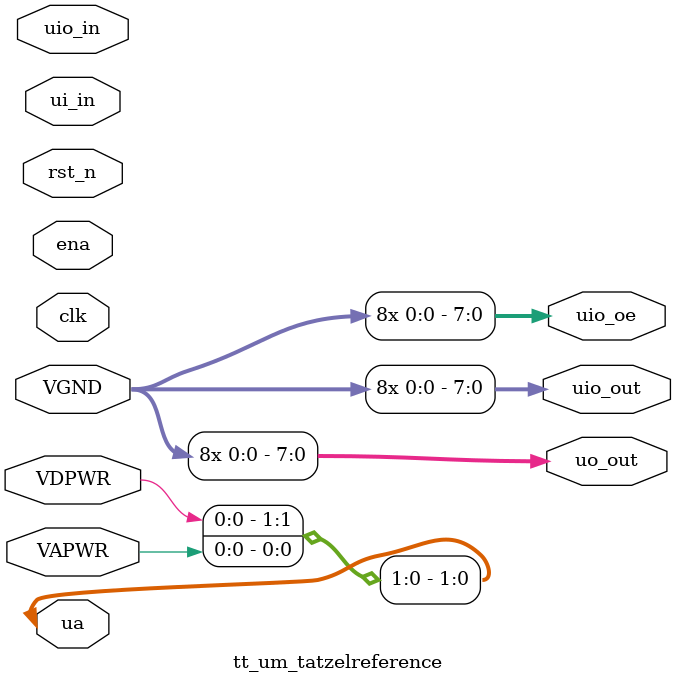
<source format=v>
/*
 * Copyright (c) 2024 Your Name
 * SPDX-License-Identifier: Apache-2.0
 */

`default_nettype none

module tt_um_tatzelreference (
    input  wire       VGND,
    input  wire       VDPWR,    // 1.8v power supply
    input  wire       VAPWR,    // 3.3v power supply
    input  wire [7:0] ui_in,    // Dedicated inputs
    output wire [7:0] uo_out,   // Dedicated outputs
    input  wire [7:0] uio_in,   // IOs: Input path
    output wire [7:0] uio_out,  // IOs: Output path
    output wire [7:0] uio_oe,   // IOs: Enable path (active high: 0=input, 1=output)
    inout  wire [7:0] ua,       // Analog pins, only ua[5:0] can be used
    input  wire       ena,      // always 1 when the design is powered, so you can ignore it
    input  wire       clk,      // clock
    input  wire       rst_n     // reset_n - low to reset
);

  assign uo_out[0] = VGND;
  assign uo_out[1] = VGND;
  assign uo_out[2] = VGND;
  assign uo_out[3] = VGND;
  assign uo_out[4] = VGND;
  assign uo_out[5] = VGND;
  assign uo_out[6] = VGND;
  assign uo_out[7] = VGND;

  assign uio_out[0] = VGND;
  assign uio_out[1] = VGND;
  assign uio_out[2] = VGND;
  assign uio_out[3] = VGND;
  assign uio_out[4] = VGND;
  assign uio_out[5] = VGND;
  assign uio_out[6] = VGND;
  assign uio_out[7] = VGND;

  assign uio_oe[0] = VGND;
  assign uio_oe[1] = VGND;
  assign uio_oe[2] = VGND;
  assign uio_oe[3] = VGND;
  assign uio_oe[4] = VGND;
  assign uio_oe[5] = VGND;
  assign uio_oe[6] = VGND;
  assign uio_oe[7] = VGND;

  assign ua[0] = VAPWR;
  assign ua[1] = VDPWR;

endmodule

</source>
